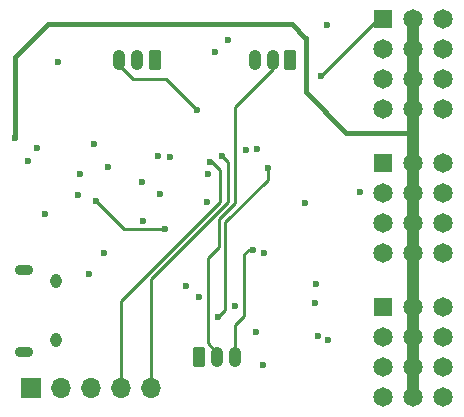
<source format=gbl>
G04 #@! TF.GenerationSoftware,KiCad,Pcbnew,(6.0.0)*
G04 #@! TF.CreationDate,2022-05-01T20:50:51-06:00*
G04 #@! TF.ProjectId,RX12G,52583132-472e-46b6-9963-61645f706362,rev?*
G04 #@! TF.SameCoordinates,Original*
G04 #@! TF.FileFunction,Copper,L4,Bot*
G04 #@! TF.FilePolarity,Positive*
%FSLAX46Y46*%
G04 Gerber Fmt 4.6, Leading zero omitted, Abs format (unit mm)*
G04 Created by KiCad (PCBNEW (6.0.0)) date 2022-05-01 20:50:51*
%MOMM*%
%LPD*%
G01*
G04 APERTURE LIST*
G04 Aperture macros list*
%AMRoundRect*
0 Rectangle with rounded corners*
0 $1 Rounding radius*
0 $2 $3 $4 $5 $6 $7 $8 $9 X,Y pos of 4 corners*
0 Add a 4 corners polygon primitive as box body*
4,1,4,$2,$3,$4,$5,$6,$7,$8,$9,$2,$3,0*
0 Add four circle primitives for the rounded corners*
1,1,$1+$1,$2,$3*
1,1,$1+$1,$4,$5*
1,1,$1+$1,$6,$7*
1,1,$1+$1,$8,$9*
0 Add four rect primitives between the rounded corners*
20,1,$1+$1,$2,$3,$4,$5,0*
20,1,$1+$1,$4,$5,$6,$7,0*
20,1,$1+$1,$6,$7,$8,$9,0*
20,1,$1+$1,$8,$9,$2,$3,0*%
G04 Aperture macros list end*
G04 #@! TA.AperFunction,ComponentPad*
%ADD10RoundRect,0.250000X-0.265000X-0.615000X0.265000X-0.615000X0.265000X0.615000X-0.265000X0.615000X0*%
G04 #@! TD*
G04 #@! TA.AperFunction,ComponentPad*
%ADD11O,1.030000X1.730000*%
G04 #@! TD*
G04 #@! TA.AperFunction,ComponentPad*
%ADD12R,1.650000X1.650000*%
G04 #@! TD*
G04 #@! TA.AperFunction,ComponentPad*
%ADD13C,1.650000*%
G04 #@! TD*
G04 #@! TA.AperFunction,ComponentPad*
%ADD14RoundRect,0.250000X0.265000X0.615000X-0.265000X0.615000X-0.265000X-0.615000X0.265000X-0.615000X0*%
G04 #@! TD*
G04 #@! TA.AperFunction,ComponentPad*
%ADD15O,0.950000X1.250000*%
G04 #@! TD*
G04 #@! TA.AperFunction,ComponentPad*
%ADD16O,1.550000X0.890000*%
G04 #@! TD*
G04 #@! TA.AperFunction,ComponentPad*
%ADD17R,1.700000X1.700000*%
G04 #@! TD*
G04 #@! TA.AperFunction,ComponentPad*
%ADD18O,1.700000X1.700000*%
G04 #@! TD*
G04 #@! TA.AperFunction,ViaPad*
%ADD19C,0.600000*%
G04 #@! TD*
G04 #@! TA.AperFunction,Conductor*
%ADD20C,1.000000*%
G04 #@! TD*
G04 #@! TA.AperFunction,Conductor*
%ADD21C,0.400000*%
G04 #@! TD*
G04 #@! TA.AperFunction,Conductor*
%ADD22C,0.250000*%
G04 #@! TD*
G04 APERTURE END LIST*
D10*
X136500000Y-122100000D03*
D11*
X138000000Y-122100000D03*
X139500000Y-122100000D03*
D12*
X152047500Y-105690000D03*
D13*
X154587500Y-105690000D03*
X157127500Y-105690000D03*
X152047500Y-108230000D03*
X154587500Y-108230000D03*
X157127500Y-108230000D03*
X152047500Y-110770000D03*
X154587500Y-110770000D03*
X157127500Y-110770000D03*
X152047500Y-113310000D03*
X154587500Y-113310000D03*
X157127500Y-113310000D03*
D14*
X144200000Y-96950000D03*
D11*
X142700000Y-96950000D03*
X141200000Y-96950000D03*
D12*
X152047500Y-93490000D03*
D13*
X154587500Y-93490000D03*
X157127500Y-93490000D03*
X152047500Y-96030000D03*
X154587500Y-96030000D03*
X157127500Y-96030000D03*
X152047500Y-98570000D03*
X154587500Y-98570000D03*
X157127500Y-98570000D03*
X152047500Y-101110000D03*
X154587500Y-101110000D03*
X157127500Y-101110000D03*
D15*
X124385000Y-115700000D03*
X124385000Y-120700000D03*
D16*
X121685000Y-114700000D03*
X121685000Y-121700000D03*
D12*
X152047500Y-117890000D03*
D13*
X154587500Y-117890000D03*
X157127500Y-117890000D03*
X152047500Y-120430000D03*
X154587500Y-120430000D03*
X157127500Y-120430000D03*
X152047500Y-122970000D03*
X154587500Y-122970000D03*
X157127500Y-122970000D03*
X152047500Y-125510000D03*
X154587500Y-125510000D03*
X157127500Y-125510000D03*
D14*
X132700000Y-96950000D03*
D11*
X131200000Y-96950000D03*
X129700000Y-96950000D03*
D17*
X122225000Y-124700000D03*
D18*
X124765000Y-124700000D03*
X127305000Y-124700000D03*
X129845000Y-124700000D03*
X132385000Y-124700000D03*
D19*
X126400000Y-106625000D03*
X146500000Y-120300000D03*
X137167267Y-109008125D03*
X136500000Y-117000000D03*
X122000000Y-105500000D03*
X139492203Y-117749553D03*
X150100000Y-108100000D03*
X133980000Y-105180000D03*
X131600000Y-107300000D03*
X140400000Y-104600000D03*
X128400000Y-113300000D03*
X133200000Y-108300000D03*
X147350000Y-120650000D03*
X141400000Y-104500000D03*
X135400000Y-116100000D03*
X123400000Y-110000000D03*
X141900000Y-122800000D03*
X138940000Y-95260000D03*
X142000000Y-113300000D03*
X124500000Y-97100000D03*
X127150000Y-115050000D03*
X147300000Y-94000000D03*
X137800000Y-96300000D03*
X146400000Y-115900000D03*
X133020000Y-105120000D03*
X126200000Y-108400000D03*
X145402500Y-109097500D03*
X131700000Y-110600000D03*
X127600000Y-104100000D03*
X128800000Y-106000000D03*
X141300000Y-120000000D03*
X146300000Y-117500000D03*
X122712500Y-104387500D03*
X137197499Y-106597499D03*
X120850000Y-103550000D03*
X142300000Y-106100000D03*
X138100000Y-118700000D03*
X137380400Y-105624500D03*
X138400000Y-105100000D03*
X146800000Y-98300000D03*
X136300000Y-101200000D03*
X141000000Y-113000000D03*
X127715000Y-108915000D03*
X133600000Y-111300000D03*
D20*
X154587500Y-93490000D02*
X154587500Y-103087500D01*
D21*
X144300000Y-93900000D02*
X145475000Y-95075000D01*
X145500000Y-99700000D02*
X148900000Y-103100000D01*
X120850000Y-96700000D02*
X123650000Y-93900000D01*
X120850000Y-103550000D02*
X120850000Y-96700000D01*
X145475000Y-95075000D02*
X145500000Y-95075000D01*
X148900000Y-103100000D02*
X154575000Y-103100000D01*
D20*
X154587500Y-103087500D02*
X154587500Y-125510000D01*
D21*
X154575000Y-103100000D02*
X154587500Y-103087500D01*
X145500000Y-95075000D02*
X145500000Y-99700000D01*
X123650000Y-93900000D02*
X144300000Y-93900000D01*
D22*
X142300000Y-107100000D02*
X138700000Y-110700000D01*
X138700000Y-110700000D02*
X138700000Y-118100000D01*
X142300000Y-106100000D02*
X142300000Y-107100000D01*
X138700000Y-118100000D02*
X138100000Y-118700000D01*
X138200000Y-109000000D02*
X138200000Y-106300000D01*
X138200000Y-106300000D02*
X137524500Y-105624500D01*
X129845000Y-124700000D02*
X129845000Y-117355000D01*
X129845000Y-117355000D02*
X138200000Y-109000000D01*
X137524500Y-105624500D02*
X137380400Y-105624500D01*
X132385000Y-115515000D02*
X138900000Y-109000000D01*
X132385000Y-124700000D02*
X132385000Y-115515000D01*
X138900000Y-105600000D02*
X138400000Y-105100000D01*
X138900000Y-109000000D02*
X138900000Y-105600000D01*
X146800000Y-98300000D02*
X151610000Y-93490000D01*
X151610000Y-93490000D02*
X152047500Y-93490000D01*
X138000000Y-122100000D02*
X138000000Y-121750000D01*
X138150489Y-110449511D02*
X139500000Y-109100000D01*
X138000000Y-121750000D02*
X137200000Y-120950000D01*
X142700000Y-97700000D02*
X142700000Y-96950000D01*
X139500000Y-100900000D02*
X142700000Y-97700000D01*
X138150489Y-112749511D02*
X138150489Y-110449511D01*
X137200000Y-113700000D02*
X138150489Y-112749511D01*
X137200000Y-120950000D02*
X137200000Y-113700000D01*
X139500000Y-109100000D02*
X139500000Y-100900000D01*
X129700000Y-97400000D02*
X129700000Y-96950000D01*
X130900000Y-98600000D02*
X129700000Y-97400000D01*
X136300000Y-101200000D02*
X133700000Y-98600000D01*
X133700000Y-98600000D02*
X130900000Y-98600000D01*
X140300000Y-118600000D02*
X140300000Y-113400000D01*
X140300000Y-113400000D02*
X140700000Y-113000000D01*
X139500000Y-122100000D02*
X139500000Y-119400000D01*
X140700000Y-113000000D02*
X141000000Y-113000000D01*
X139500000Y-119400000D02*
X140300000Y-118600000D01*
X127715000Y-108915000D02*
X130100000Y-111300000D01*
X130100000Y-111300000D02*
X133600000Y-111300000D01*
M02*

</source>
